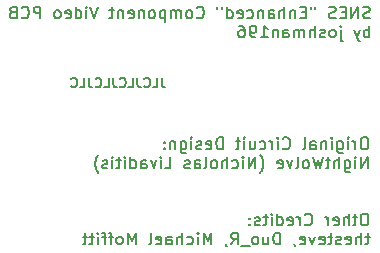
<source format=gbr>
%TF.GenerationSoftware,KiCad,Pcbnew,7.0.7*%
%TF.CreationDate,2023-08-19T23:12:14-07:00*%
%TF.ProjectId,snesypbpr-enhanced,736e6573-7970-4627-9072-2d656e68616e,rev?*%
%TF.SameCoordinates,Original*%
%TF.FileFunction,Legend,Bot*%
%TF.FilePolarity,Positive*%
%FSLAX46Y46*%
G04 Gerber Fmt 4.6, Leading zero omitted, Abs format (unit mm)*
G04 Created by KiCad (PCBNEW 7.0.7) date 2023-08-19 23:12:14*
%MOMM*%
%LPD*%
G01*
G04 APERTURE LIST*
%ADD10C,0.150000*%
G04 APERTURE END LIST*
D10*
X118989268Y-67801295D02*
X118989268Y-68372723D01*
X118989268Y-68372723D02*
X119027363Y-68487009D01*
X119027363Y-68487009D02*
X119103554Y-68563200D01*
X119103554Y-68563200D02*
X119217839Y-68601295D01*
X119217839Y-68601295D02*
X119294030Y-68601295D01*
X118227363Y-68601295D02*
X118608315Y-68601295D01*
X118608315Y-68601295D02*
X118608315Y-67801295D01*
X117503553Y-68525104D02*
X117541649Y-68563200D01*
X117541649Y-68563200D02*
X117655934Y-68601295D01*
X117655934Y-68601295D02*
X117732125Y-68601295D01*
X117732125Y-68601295D02*
X117846411Y-68563200D01*
X117846411Y-68563200D02*
X117922601Y-68487009D01*
X117922601Y-68487009D02*
X117960696Y-68410819D01*
X117960696Y-68410819D02*
X117998792Y-68258438D01*
X117998792Y-68258438D02*
X117998792Y-68144152D01*
X117998792Y-68144152D02*
X117960696Y-67991771D01*
X117960696Y-67991771D02*
X117922601Y-67915580D01*
X117922601Y-67915580D02*
X117846411Y-67839390D01*
X117846411Y-67839390D02*
X117732125Y-67801295D01*
X117732125Y-67801295D02*
X117655934Y-67801295D01*
X117655934Y-67801295D02*
X117541649Y-67839390D01*
X117541649Y-67839390D02*
X117503553Y-67877485D01*
X116932125Y-67801295D02*
X116932125Y-68372723D01*
X116932125Y-68372723D02*
X116970220Y-68487009D01*
X116970220Y-68487009D02*
X117046411Y-68563200D01*
X117046411Y-68563200D02*
X117160696Y-68601295D01*
X117160696Y-68601295D02*
X117236887Y-68601295D01*
X116170220Y-68601295D02*
X116551172Y-68601295D01*
X116551172Y-68601295D02*
X116551172Y-67801295D01*
X115446410Y-68525104D02*
X115484506Y-68563200D01*
X115484506Y-68563200D02*
X115598791Y-68601295D01*
X115598791Y-68601295D02*
X115674982Y-68601295D01*
X115674982Y-68601295D02*
X115789268Y-68563200D01*
X115789268Y-68563200D02*
X115865458Y-68487009D01*
X115865458Y-68487009D02*
X115903553Y-68410819D01*
X115903553Y-68410819D02*
X115941649Y-68258438D01*
X115941649Y-68258438D02*
X115941649Y-68144152D01*
X115941649Y-68144152D02*
X115903553Y-67991771D01*
X115903553Y-67991771D02*
X115865458Y-67915580D01*
X115865458Y-67915580D02*
X115789268Y-67839390D01*
X115789268Y-67839390D02*
X115674982Y-67801295D01*
X115674982Y-67801295D02*
X115598791Y-67801295D01*
X115598791Y-67801295D02*
X115484506Y-67839390D01*
X115484506Y-67839390D02*
X115446410Y-67877485D01*
X114874982Y-67801295D02*
X114874982Y-68372723D01*
X114874982Y-68372723D02*
X114913077Y-68487009D01*
X114913077Y-68487009D02*
X114989268Y-68563200D01*
X114989268Y-68563200D02*
X115103553Y-68601295D01*
X115103553Y-68601295D02*
X115179744Y-68601295D01*
X114113077Y-68601295D02*
X114494029Y-68601295D01*
X114494029Y-68601295D02*
X114494029Y-67801295D01*
X113389267Y-68525104D02*
X113427363Y-68563200D01*
X113427363Y-68563200D02*
X113541648Y-68601295D01*
X113541648Y-68601295D02*
X113617839Y-68601295D01*
X113617839Y-68601295D02*
X113732125Y-68563200D01*
X113732125Y-68563200D02*
X113808315Y-68487009D01*
X113808315Y-68487009D02*
X113846410Y-68410819D01*
X113846410Y-68410819D02*
X113884506Y-68258438D01*
X113884506Y-68258438D02*
X113884506Y-68144152D01*
X113884506Y-68144152D02*
X113846410Y-67991771D01*
X113846410Y-67991771D02*
X113808315Y-67915580D01*
X113808315Y-67915580D02*
X113732125Y-67839390D01*
X113732125Y-67839390D02*
X113617839Y-67801295D01*
X113617839Y-67801295D02*
X113541648Y-67801295D01*
X113541648Y-67801295D02*
X113427363Y-67839390D01*
X113427363Y-67839390D02*
X113389267Y-67877485D01*
X112817839Y-67801295D02*
X112817839Y-68372723D01*
X112817839Y-68372723D02*
X112855934Y-68487009D01*
X112855934Y-68487009D02*
X112932125Y-68563200D01*
X112932125Y-68563200D02*
X113046410Y-68601295D01*
X113046410Y-68601295D02*
X113122601Y-68601295D01*
X112055934Y-68601295D02*
X112436886Y-68601295D01*
X112436886Y-68601295D02*
X112436886Y-67801295D01*
X111332124Y-68525104D02*
X111370220Y-68563200D01*
X111370220Y-68563200D02*
X111484505Y-68601295D01*
X111484505Y-68601295D02*
X111560696Y-68601295D01*
X111560696Y-68601295D02*
X111674982Y-68563200D01*
X111674982Y-68563200D02*
X111751172Y-68487009D01*
X111751172Y-68487009D02*
X111789267Y-68410819D01*
X111789267Y-68410819D02*
X111827363Y-68258438D01*
X111827363Y-68258438D02*
X111827363Y-68144152D01*
X111827363Y-68144152D02*
X111789267Y-67991771D01*
X111789267Y-67991771D02*
X111751172Y-67915580D01*
X111751172Y-67915580D02*
X111674982Y-67839390D01*
X111674982Y-67839390D02*
X111560696Y-67801295D01*
X111560696Y-67801295D02*
X111484505Y-67801295D01*
X111484505Y-67801295D02*
X111370220Y-67839390D01*
X111370220Y-67839390D02*
X111332124Y-67877485D01*
X136251744Y-72861819D02*
X136061268Y-72861819D01*
X136061268Y-72861819D02*
X135966030Y-72909438D01*
X135966030Y-72909438D02*
X135870792Y-73004676D01*
X135870792Y-73004676D02*
X135823173Y-73195152D01*
X135823173Y-73195152D02*
X135823173Y-73528485D01*
X135823173Y-73528485D02*
X135870792Y-73718961D01*
X135870792Y-73718961D02*
X135966030Y-73814200D01*
X135966030Y-73814200D02*
X136061268Y-73861819D01*
X136061268Y-73861819D02*
X136251744Y-73861819D01*
X136251744Y-73861819D02*
X136346982Y-73814200D01*
X136346982Y-73814200D02*
X136442220Y-73718961D01*
X136442220Y-73718961D02*
X136489839Y-73528485D01*
X136489839Y-73528485D02*
X136489839Y-73195152D01*
X136489839Y-73195152D02*
X136442220Y-73004676D01*
X136442220Y-73004676D02*
X136346982Y-72909438D01*
X136346982Y-72909438D02*
X136251744Y-72861819D01*
X135394601Y-73861819D02*
X135394601Y-73195152D01*
X135394601Y-73385628D02*
X135346982Y-73290390D01*
X135346982Y-73290390D02*
X135299363Y-73242771D01*
X135299363Y-73242771D02*
X135204125Y-73195152D01*
X135204125Y-73195152D02*
X135108887Y-73195152D01*
X134775553Y-73861819D02*
X134775553Y-73195152D01*
X134775553Y-72861819D02*
X134823172Y-72909438D01*
X134823172Y-72909438D02*
X134775553Y-72957057D01*
X134775553Y-72957057D02*
X134727934Y-72909438D01*
X134727934Y-72909438D02*
X134775553Y-72861819D01*
X134775553Y-72861819D02*
X134775553Y-72957057D01*
X133870792Y-73195152D02*
X133870792Y-74004676D01*
X133870792Y-74004676D02*
X133918411Y-74099914D01*
X133918411Y-74099914D02*
X133966030Y-74147533D01*
X133966030Y-74147533D02*
X134061268Y-74195152D01*
X134061268Y-74195152D02*
X134204125Y-74195152D01*
X134204125Y-74195152D02*
X134299363Y-74147533D01*
X133870792Y-73814200D02*
X133966030Y-73861819D01*
X133966030Y-73861819D02*
X134156506Y-73861819D01*
X134156506Y-73861819D02*
X134251744Y-73814200D01*
X134251744Y-73814200D02*
X134299363Y-73766580D01*
X134299363Y-73766580D02*
X134346982Y-73671342D01*
X134346982Y-73671342D02*
X134346982Y-73385628D01*
X134346982Y-73385628D02*
X134299363Y-73290390D01*
X134299363Y-73290390D02*
X134251744Y-73242771D01*
X134251744Y-73242771D02*
X134156506Y-73195152D01*
X134156506Y-73195152D02*
X133966030Y-73195152D01*
X133966030Y-73195152D02*
X133870792Y-73242771D01*
X133394601Y-73861819D02*
X133394601Y-73195152D01*
X133394601Y-72861819D02*
X133442220Y-72909438D01*
X133442220Y-72909438D02*
X133394601Y-72957057D01*
X133394601Y-72957057D02*
X133346982Y-72909438D01*
X133346982Y-72909438D02*
X133394601Y-72861819D01*
X133394601Y-72861819D02*
X133394601Y-72957057D01*
X132918411Y-73195152D02*
X132918411Y-73861819D01*
X132918411Y-73290390D02*
X132870792Y-73242771D01*
X132870792Y-73242771D02*
X132775554Y-73195152D01*
X132775554Y-73195152D02*
X132632697Y-73195152D01*
X132632697Y-73195152D02*
X132537459Y-73242771D01*
X132537459Y-73242771D02*
X132489840Y-73338009D01*
X132489840Y-73338009D02*
X132489840Y-73861819D01*
X131585078Y-73861819D02*
X131585078Y-73338009D01*
X131585078Y-73338009D02*
X131632697Y-73242771D01*
X131632697Y-73242771D02*
X131727935Y-73195152D01*
X131727935Y-73195152D02*
X131918411Y-73195152D01*
X131918411Y-73195152D02*
X132013649Y-73242771D01*
X131585078Y-73814200D02*
X131680316Y-73861819D01*
X131680316Y-73861819D02*
X131918411Y-73861819D01*
X131918411Y-73861819D02*
X132013649Y-73814200D01*
X132013649Y-73814200D02*
X132061268Y-73718961D01*
X132061268Y-73718961D02*
X132061268Y-73623723D01*
X132061268Y-73623723D02*
X132013649Y-73528485D01*
X132013649Y-73528485D02*
X131918411Y-73480866D01*
X131918411Y-73480866D02*
X131680316Y-73480866D01*
X131680316Y-73480866D02*
X131585078Y-73433247D01*
X130966030Y-73861819D02*
X131061268Y-73814200D01*
X131061268Y-73814200D02*
X131108887Y-73718961D01*
X131108887Y-73718961D02*
X131108887Y-72861819D01*
X129251744Y-73766580D02*
X129299363Y-73814200D01*
X129299363Y-73814200D02*
X129442220Y-73861819D01*
X129442220Y-73861819D02*
X129537458Y-73861819D01*
X129537458Y-73861819D02*
X129680315Y-73814200D01*
X129680315Y-73814200D02*
X129775553Y-73718961D01*
X129775553Y-73718961D02*
X129823172Y-73623723D01*
X129823172Y-73623723D02*
X129870791Y-73433247D01*
X129870791Y-73433247D02*
X129870791Y-73290390D01*
X129870791Y-73290390D02*
X129823172Y-73099914D01*
X129823172Y-73099914D02*
X129775553Y-73004676D01*
X129775553Y-73004676D02*
X129680315Y-72909438D01*
X129680315Y-72909438D02*
X129537458Y-72861819D01*
X129537458Y-72861819D02*
X129442220Y-72861819D01*
X129442220Y-72861819D02*
X129299363Y-72909438D01*
X129299363Y-72909438D02*
X129251744Y-72957057D01*
X128823172Y-73861819D02*
X128823172Y-73195152D01*
X128823172Y-72861819D02*
X128870791Y-72909438D01*
X128870791Y-72909438D02*
X128823172Y-72957057D01*
X128823172Y-72957057D02*
X128775553Y-72909438D01*
X128775553Y-72909438D02*
X128823172Y-72861819D01*
X128823172Y-72861819D02*
X128823172Y-72957057D01*
X128346982Y-73861819D02*
X128346982Y-73195152D01*
X128346982Y-73385628D02*
X128299363Y-73290390D01*
X128299363Y-73290390D02*
X128251744Y-73242771D01*
X128251744Y-73242771D02*
X128156506Y-73195152D01*
X128156506Y-73195152D02*
X128061268Y-73195152D01*
X127299363Y-73814200D02*
X127394601Y-73861819D01*
X127394601Y-73861819D02*
X127585077Y-73861819D01*
X127585077Y-73861819D02*
X127680315Y-73814200D01*
X127680315Y-73814200D02*
X127727934Y-73766580D01*
X127727934Y-73766580D02*
X127775553Y-73671342D01*
X127775553Y-73671342D02*
X127775553Y-73385628D01*
X127775553Y-73385628D02*
X127727934Y-73290390D01*
X127727934Y-73290390D02*
X127680315Y-73242771D01*
X127680315Y-73242771D02*
X127585077Y-73195152D01*
X127585077Y-73195152D02*
X127394601Y-73195152D01*
X127394601Y-73195152D02*
X127299363Y-73242771D01*
X126442220Y-73195152D02*
X126442220Y-73861819D01*
X126870791Y-73195152D02*
X126870791Y-73718961D01*
X126870791Y-73718961D02*
X126823172Y-73814200D01*
X126823172Y-73814200D02*
X126727934Y-73861819D01*
X126727934Y-73861819D02*
X126585077Y-73861819D01*
X126585077Y-73861819D02*
X126489839Y-73814200D01*
X126489839Y-73814200D02*
X126442220Y-73766580D01*
X125966029Y-73861819D02*
X125966029Y-73195152D01*
X125966029Y-72861819D02*
X126013648Y-72909438D01*
X126013648Y-72909438D02*
X125966029Y-72957057D01*
X125966029Y-72957057D02*
X125918410Y-72909438D01*
X125918410Y-72909438D02*
X125966029Y-72861819D01*
X125966029Y-72861819D02*
X125966029Y-72957057D01*
X125632696Y-73195152D02*
X125251744Y-73195152D01*
X125489839Y-72861819D02*
X125489839Y-73718961D01*
X125489839Y-73718961D02*
X125442220Y-73814200D01*
X125442220Y-73814200D02*
X125346982Y-73861819D01*
X125346982Y-73861819D02*
X125251744Y-73861819D01*
X124156505Y-73861819D02*
X124156505Y-72861819D01*
X124156505Y-72861819D02*
X123918410Y-72861819D01*
X123918410Y-72861819D02*
X123775553Y-72909438D01*
X123775553Y-72909438D02*
X123680315Y-73004676D01*
X123680315Y-73004676D02*
X123632696Y-73099914D01*
X123632696Y-73099914D02*
X123585077Y-73290390D01*
X123585077Y-73290390D02*
X123585077Y-73433247D01*
X123585077Y-73433247D02*
X123632696Y-73623723D01*
X123632696Y-73623723D02*
X123680315Y-73718961D01*
X123680315Y-73718961D02*
X123775553Y-73814200D01*
X123775553Y-73814200D02*
X123918410Y-73861819D01*
X123918410Y-73861819D02*
X124156505Y-73861819D01*
X122775553Y-73814200D02*
X122870791Y-73861819D01*
X122870791Y-73861819D02*
X123061267Y-73861819D01*
X123061267Y-73861819D02*
X123156505Y-73814200D01*
X123156505Y-73814200D02*
X123204124Y-73718961D01*
X123204124Y-73718961D02*
X123204124Y-73338009D01*
X123204124Y-73338009D02*
X123156505Y-73242771D01*
X123156505Y-73242771D02*
X123061267Y-73195152D01*
X123061267Y-73195152D02*
X122870791Y-73195152D01*
X122870791Y-73195152D02*
X122775553Y-73242771D01*
X122775553Y-73242771D02*
X122727934Y-73338009D01*
X122727934Y-73338009D02*
X122727934Y-73433247D01*
X122727934Y-73433247D02*
X123204124Y-73528485D01*
X122346981Y-73814200D02*
X122251743Y-73861819D01*
X122251743Y-73861819D02*
X122061267Y-73861819D01*
X122061267Y-73861819D02*
X121966029Y-73814200D01*
X121966029Y-73814200D02*
X121918410Y-73718961D01*
X121918410Y-73718961D02*
X121918410Y-73671342D01*
X121918410Y-73671342D02*
X121966029Y-73576104D01*
X121966029Y-73576104D02*
X122061267Y-73528485D01*
X122061267Y-73528485D02*
X122204124Y-73528485D01*
X122204124Y-73528485D02*
X122299362Y-73480866D01*
X122299362Y-73480866D02*
X122346981Y-73385628D01*
X122346981Y-73385628D02*
X122346981Y-73338009D01*
X122346981Y-73338009D02*
X122299362Y-73242771D01*
X122299362Y-73242771D02*
X122204124Y-73195152D01*
X122204124Y-73195152D02*
X122061267Y-73195152D01*
X122061267Y-73195152D02*
X121966029Y-73242771D01*
X121489838Y-73861819D02*
X121489838Y-73195152D01*
X121489838Y-72861819D02*
X121537457Y-72909438D01*
X121537457Y-72909438D02*
X121489838Y-72957057D01*
X121489838Y-72957057D02*
X121442219Y-72909438D01*
X121442219Y-72909438D02*
X121489838Y-72861819D01*
X121489838Y-72861819D02*
X121489838Y-72957057D01*
X120585077Y-73195152D02*
X120585077Y-74004676D01*
X120585077Y-74004676D02*
X120632696Y-74099914D01*
X120632696Y-74099914D02*
X120680315Y-74147533D01*
X120680315Y-74147533D02*
X120775553Y-74195152D01*
X120775553Y-74195152D02*
X120918410Y-74195152D01*
X120918410Y-74195152D02*
X121013648Y-74147533D01*
X120585077Y-73814200D02*
X120680315Y-73861819D01*
X120680315Y-73861819D02*
X120870791Y-73861819D01*
X120870791Y-73861819D02*
X120966029Y-73814200D01*
X120966029Y-73814200D02*
X121013648Y-73766580D01*
X121013648Y-73766580D02*
X121061267Y-73671342D01*
X121061267Y-73671342D02*
X121061267Y-73385628D01*
X121061267Y-73385628D02*
X121013648Y-73290390D01*
X121013648Y-73290390D02*
X120966029Y-73242771D01*
X120966029Y-73242771D02*
X120870791Y-73195152D01*
X120870791Y-73195152D02*
X120680315Y-73195152D01*
X120680315Y-73195152D02*
X120585077Y-73242771D01*
X120108886Y-73195152D02*
X120108886Y-73861819D01*
X120108886Y-73290390D02*
X120061267Y-73242771D01*
X120061267Y-73242771D02*
X119966029Y-73195152D01*
X119966029Y-73195152D02*
X119823172Y-73195152D01*
X119823172Y-73195152D02*
X119727934Y-73242771D01*
X119727934Y-73242771D02*
X119680315Y-73338009D01*
X119680315Y-73338009D02*
X119680315Y-73861819D01*
X119204124Y-73766580D02*
X119156505Y-73814200D01*
X119156505Y-73814200D02*
X119204124Y-73861819D01*
X119204124Y-73861819D02*
X119251743Y-73814200D01*
X119251743Y-73814200D02*
X119204124Y-73766580D01*
X119204124Y-73766580D02*
X119204124Y-73861819D01*
X119204124Y-73242771D02*
X119156505Y-73290390D01*
X119156505Y-73290390D02*
X119204124Y-73338009D01*
X119204124Y-73338009D02*
X119251743Y-73290390D01*
X119251743Y-73290390D02*
X119204124Y-73242771D01*
X119204124Y-73242771D02*
X119204124Y-73338009D01*
X136442220Y-75471819D02*
X136442220Y-74471819D01*
X136442220Y-74471819D02*
X135870792Y-75471819D01*
X135870792Y-75471819D02*
X135870792Y-74471819D01*
X135394601Y-75471819D02*
X135394601Y-74805152D01*
X135394601Y-74471819D02*
X135442220Y-74519438D01*
X135442220Y-74519438D02*
X135394601Y-74567057D01*
X135394601Y-74567057D02*
X135346982Y-74519438D01*
X135346982Y-74519438D02*
X135394601Y-74471819D01*
X135394601Y-74471819D02*
X135394601Y-74567057D01*
X134489840Y-74805152D02*
X134489840Y-75614676D01*
X134489840Y-75614676D02*
X134537459Y-75709914D01*
X134537459Y-75709914D02*
X134585078Y-75757533D01*
X134585078Y-75757533D02*
X134680316Y-75805152D01*
X134680316Y-75805152D02*
X134823173Y-75805152D01*
X134823173Y-75805152D02*
X134918411Y-75757533D01*
X134489840Y-75424200D02*
X134585078Y-75471819D01*
X134585078Y-75471819D02*
X134775554Y-75471819D01*
X134775554Y-75471819D02*
X134870792Y-75424200D01*
X134870792Y-75424200D02*
X134918411Y-75376580D01*
X134918411Y-75376580D02*
X134966030Y-75281342D01*
X134966030Y-75281342D02*
X134966030Y-74995628D01*
X134966030Y-74995628D02*
X134918411Y-74900390D01*
X134918411Y-74900390D02*
X134870792Y-74852771D01*
X134870792Y-74852771D02*
X134775554Y-74805152D01*
X134775554Y-74805152D02*
X134585078Y-74805152D01*
X134585078Y-74805152D02*
X134489840Y-74852771D01*
X134013649Y-75471819D02*
X134013649Y-74471819D01*
X133585078Y-75471819D02*
X133585078Y-74948009D01*
X133585078Y-74948009D02*
X133632697Y-74852771D01*
X133632697Y-74852771D02*
X133727935Y-74805152D01*
X133727935Y-74805152D02*
X133870792Y-74805152D01*
X133870792Y-74805152D02*
X133966030Y-74852771D01*
X133966030Y-74852771D02*
X134013649Y-74900390D01*
X133251744Y-74805152D02*
X132870792Y-74805152D01*
X133108887Y-74471819D02*
X133108887Y-75328961D01*
X133108887Y-75328961D02*
X133061268Y-75424200D01*
X133061268Y-75424200D02*
X132966030Y-75471819D01*
X132966030Y-75471819D02*
X132870792Y-75471819D01*
X132632696Y-74471819D02*
X132394601Y-75471819D01*
X132394601Y-75471819D02*
X132204125Y-74757533D01*
X132204125Y-74757533D02*
X132013649Y-75471819D01*
X132013649Y-75471819D02*
X131775554Y-74471819D01*
X131251744Y-75471819D02*
X131346982Y-75424200D01*
X131346982Y-75424200D02*
X131394601Y-75376580D01*
X131394601Y-75376580D02*
X131442220Y-75281342D01*
X131442220Y-75281342D02*
X131442220Y-74995628D01*
X131442220Y-74995628D02*
X131394601Y-74900390D01*
X131394601Y-74900390D02*
X131346982Y-74852771D01*
X131346982Y-74852771D02*
X131251744Y-74805152D01*
X131251744Y-74805152D02*
X131108887Y-74805152D01*
X131108887Y-74805152D02*
X131013649Y-74852771D01*
X131013649Y-74852771D02*
X130966030Y-74900390D01*
X130966030Y-74900390D02*
X130918411Y-74995628D01*
X130918411Y-74995628D02*
X130918411Y-75281342D01*
X130918411Y-75281342D02*
X130966030Y-75376580D01*
X130966030Y-75376580D02*
X131013649Y-75424200D01*
X131013649Y-75424200D02*
X131108887Y-75471819D01*
X131108887Y-75471819D02*
X131251744Y-75471819D01*
X130346982Y-75471819D02*
X130442220Y-75424200D01*
X130442220Y-75424200D02*
X130489839Y-75328961D01*
X130489839Y-75328961D02*
X130489839Y-74471819D01*
X130061267Y-74805152D02*
X129823172Y-75471819D01*
X129823172Y-75471819D02*
X129585077Y-74805152D01*
X128823172Y-75424200D02*
X128918410Y-75471819D01*
X128918410Y-75471819D02*
X129108886Y-75471819D01*
X129108886Y-75471819D02*
X129204124Y-75424200D01*
X129204124Y-75424200D02*
X129251743Y-75328961D01*
X129251743Y-75328961D02*
X129251743Y-74948009D01*
X129251743Y-74948009D02*
X129204124Y-74852771D01*
X129204124Y-74852771D02*
X129108886Y-74805152D01*
X129108886Y-74805152D02*
X128918410Y-74805152D01*
X128918410Y-74805152D02*
X128823172Y-74852771D01*
X128823172Y-74852771D02*
X128775553Y-74948009D01*
X128775553Y-74948009D02*
X128775553Y-75043247D01*
X128775553Y-75043247D02*
X129251743Y-75138485D01*
X127299362Y-75852771D02*
X127346981Y-75805152D01*
X127346981Y-75805152D02*
X127442219Y-75662295D01*
X127442219Y-75662295D02*
X127489838Y-75567057D01*
X127489838Y-75567057D02*
X127537457Y-75424200D01*
X127537457Y-75424200D02*
X127585076Y-75186104D01*
X127585076Y-75186104D02*
X127585076Y-74995628D01*
X127585076Y-74995628D02*
X127537457Y-74757533D01*
X127537457Y-74757533D02*
X127489838Y-74614676D01*
X127489838Y-74614676D02*
X127442219Y-74519438D01*
X127442219Y-74519438D02*
X127346981Y-74376580D01*
X127346981Y-74376580D02*
X127299362Y-74328961D01*
X126918409Y-75471819D02*
X126918409Y-74471819D01*
X126918409Y-74471819D02*
X126346981Y-75471819D01*
X126346981Y-75471819D02*
X126346981Y-74471819D01*
X125870790Y-75471819D02*
X125870790Y-74805152D01*
X125870790Y-74471819D02*
X125918409Y-74519438D01*
X125918409Y-74519438D02*
X125870790Y-74567057D01*
X125870790Y-74567057D02*
X125823171Y-74519438D01*
X125823171Y-74519438D02*
X125870790Y-74471819D01*
X125870790Y-74471819D02*
X125870790Y-74567057D01*
X124966029Y-75424200D02*
X125061267Y-75471819D01*
X125061267Y-75471819D02*
X125251743Y-75471819D01*
X125251743Y-75471819D02*
X125346981Y-75424200D01*
X125346981Y-75424200D02*
X125394600Y-75376580D01*
X125394600Y-75376580D02*
X125442219Y-75281342D01*
X125442219Y-75281342D02*
X125442219Y-74995628D01*
X125442219Y-74995628D02*
X125394600Y-74900390D01*
X125394600Y-74900390D02*
X125346981Y-74852771D01*
X125346981Y-74852771D02*
X125251743Y-74805152D01*
X125251743Y-74805152D02*
X125061267Y-74805152D01*
X125061267Y-74805152D02*
X124966029Y-74852771D01*
X124537457Y-75471819D02*
X124537457Y-74471819D01*
X124108886Y-75471819D02*
X124108886Y-74948009D01*
X124108886Y-74948009D02*
X124156505Y-74852771D01*
X124156505Y-74852771D02*
X124251743Y-74805152D01*
X124251743Y-74805152D02*
X124394600Y-74805152D01*
X124394600Y-74805152D02*
X124489838Y-74852771D01*
X124489838Y-74852771D02*
X124537457Y-74900390D01*
X123489838Y-75471819D02*
X123585076Y-75424200D01*
X123585076Y-75424200D02*
X123632695Y-75376580D01*
X123632695Y-75376580D02*
X123680314Y-75281342D01*
X123680314Y-75281342D02*
X123680314Y-74995628D01*
X123680314Y-74995628D02*
X123632695Y-74900390D01*
X123632695Y-74900390D02*
X123585076Y-74852771D01*
X123585076Y-74852771D02*
X123489838Y-74805152D01*
X123489838Y-74805152D02*
X123346981Y-74805152D01*
X123346981Y-74805152D02*
X123251743Y-74852771D01*
X123251743Y-74852771D02*
X123204124Y-74900390D01*
X123204124Y-74900390D02*
X123156505Y-74995628D01*
X123156505Y-74995628D02*
X123156505Y-75281342D01*
X123156505Y-75281342D02*
X123204124Y-75376580D01*
X123204124Y-75376580D02*
X123251743Y-75424200D01*
X123251743Y-75424200D02*
X123346981Y-75471819D01*
X123346981Y-75471819D02*
X123489838Y-75471819D01*
X122585076Y-75471819D02*
X122680314Y-75424200D01*
X122680314Y-75424200D02*
X122727933Y-75328961D01*
X122727933Y-75328961D02*
X122727933Y-74471819D01*
X121775552Y-75471819D02*
X121775552Y-74948009D01*
X121775552Y-74948009D02*
X121823171Y-74852771D01*
X121823171Y-74852771D02*
X121918409Y-74805152D01*
X121918409Y-74805152D02*
X122108885Y-74805152D01*
X122108885Y-74805152D02*
X122204123Y-74852771D01*
X121775552Y-75424200D02*
X121870790Y-75471819D01*
X121870790Y-75471819D02*
X122108885Y-75471819D01*
X122108885Y-75471819D02*
X122204123Y-75424200D01*
X122204123Y-75424200D02*
X122251742Y-75328961D01*
X122251742Y-75328961D02*
X122251742Y-75233723D01*
X122251742Y-75233723D02*
X122204123Y-75138485D01*
X122204123Y-75138485D02*
X122108885Y-75090866D01*
X122108885Y-75090866D02*
X121870790Y-75090866D01*
X121870790Y-75090866D02*
X121775552Y-75043247D01*
X121346980Y-75424200D02*
X121251742Y-75471819D01*
X121251742Y-75471819D02*
X121061266Y-75471819D01*
X121061266Y-75471819D02*
X120966028Y-75424200D01*
X120966028Y-75424200D02*
X120918409Y-75328961D01*
X120918409Y-75328961D02*
X120918409Y-75281342D01*
X120918409Y-75281342D02*
X120966028Y-75186104D01*
X120966028Y-75186104D02*
X121061266Y-75138485D01*
X121061266Y-75138485D02*
X121204123Y-75138485D01*
X121204123Y-75138485D02*
X121299361Y-75090866D01*
X121299361Y-75090866D02*
X121346980Y-74995628D01*
X121346980Y-74995628D02*
X121346980Y-74948009D01*
X121346980Y-74948009D02*
X121299361Y-74852771D01*
X121299361Y-74852771D02*
X121204123Y-74805152D01*
X121204123Y-74805152D02*
X121061266Y-74805152D01*
X121061266Y-74805152D02*
X120966028Y-74852771D01*
X119251742Y-75471819D02*
X119727932Y-75471819D01*
X119727932Y-75471819D02*
X119727932Y-74471819D01*
X118918408Y-75471819D02*
X118918408Y-74805152D01*
X118918408Y-74471819D02*
X118966027Y-74519438D01*
X118966027Y-74519438D02*
X118918408Y-74567057D01*
X118918408Y-74567057D02*
X118870789Y-74519438D01*
X118870789Y-74519438D02*
X118918408Y-74471819D01*
X118918408Y-74471819D02*
X118918408Y-74567057D01*
X118537456Y-74805152D02*
X118299361Y-75471819D01*
X118299361Y-75471819D02*
X118061266Y-74805152D01*
X117251742Y-75471819D02*
X117251742Y-74948009D01*
X117251742Y-74948009D02*
X117299361Y-74852771D01*
X117299361Y-74852771D02*
X117394599Y-74805152D01*
X117394599Y-74805152D02*
X117585075Y-74805152D01*
X117585075Y-74805152D02*
X117680313Y-74852771D01*
X117251742Y-75424200D02*
X117346980Y-75471819D01*
X117346980Y-75471819D02*
X117585075Y-75471819D01*
X117585075Y-75471819D02*
X117680313Y-75424200D01*
X117680313Y-75424200D02*
X117727932Y-75328961D01*
X117727932Y-75328961D02*
X117727932Y-75233723D01*
X117727932Y-75233723D02*
X117680313Y-75138485D01*
X117680313Y-75138485D02*
X117585075Y-75090866D01*
X117585075Y-75090866D02*
X117346980Y-75090866D01*
X117346980Y-75090866D02*
X117251742Y-75043247D01*
X116346980Y-75471819D02*
X116346980Y-74471819D01*
X116346980Y-75424200D02*
X116442218Y-75471819D01*
X116442218Y-75471819D02*
X116632694Y-75471819D01*
X116632694Y-75471819D02*
X116727932Y-75424200D01*
X116727932Y-75424200D02*
X116775551Y-75376580D01*
X116775551Y-75376580D02*
X116823170Y-75281342D01*
X116823170Y-75281342D02*
X116823170Y-74995628D01*
X116823170Y-74995628D02*
X116775551Y-74900390D01*
X116775551Y-74900390D02*
X116727932Y-74852771D01*
X116727932Y-74852771D02*
X116632694Y-74805152D01*
X116632694Y-74805152D02*
X116442218Y-74805152D01*
X116442218Y-74805152D02*
X116346980Y-74852771D01*
X115870789Y-75471819D02*
X115870789Y-74805152D01*
X115870789Y-74471819D02*
X115918408Y-74519438D01*
X115918408Y-74519438D02*
X115870789Y-74567057D01*
X115870789Y-74567057D02*
X115823170Y-74519438D01*
X115823170Y-74519438D02*
X115870789Y-74471819D01*
X115870789Y-74471819D02*
X115870789Y-74567057D01*
X115537456Y-74805152D02*
X115156504Y-74805152D01*
X115394599Y-74471819D02*
X115394599Y-75328961D01*
X115394599Y-75328961D02*
X115346980Y-75424200D01*
X115346980Y-75424200D02*
X115251742Y-75471819D01*
X115251742Y-75471819D02*
X115156504Y-75471819D01*
X114823170Y-75471819D02*
X114823170Y-74805152D01*
X114823170Y-74471819D02*
X114870789Y-74519438D01*
X114870789Y-74519438D02*
X114823170Y-74567057D01*
X114823170Y-74567057D02*
X114775551Y-74519438D01*
X114775551Y-74519438D02*
X114823170Y-74471819D01*
X114823170Y-74471819D02*
X114823170Y-74567057D01*
X114394599Y-75424200D02*
X114299361Y-75471819D01*
X114299361Y-75471819D02*
X114108885Y-75471819D01*
X114108885Y-75471819D02*
X114013647Y-75424200D01*
X114013647Y-75424200D02*
X113966028Y-75328961D01*
X113966028Y-75328961D02*
X113966028Y-75281342D01*
X113966028Y-75281342D02*
X114013647Y-75186104D01*
X114013647Y-75186104D02*
X114108885Y-75138485D01*
X114108885Y-75138485D02*
X114251742Y-75138485D01*
X114251742Y-75138485D02*
X114346980Y-75090866D01*
X114346980Y-75090866D02*
X114394599Y-74995628D01*
X114394599Y-74995628D02*
X114394599Y-74948009D01*
X114394599Y-74948009D02*
X114346980Y-74852771D01*
X114346980Y-74852771D02*
X114251742Y-74805152D01*
X114251742Y-74805152D02*
X114108885Y-74805152D01*
X114108885Y-74805152D02*
X114013647Y-74852771D01*
X113632694Y-75852771D02*
X113585075Y-75805152D01*
X113585075Y-75805152D02*
X113489837Y-75662295D01*
X113489837Y-75662295D02*
X113442218Y-75567057D01*
X113442218Y-75567057D02*
X113394599Y-75424200D01*
X113394599Y-75424200D02*
X113346980Y-75186104D01*
X113346980Y-75186104D02*
X113346980Y-74995628D01*
X113346980Y-74995628D02*
X113394599Y-74757533D01*
X113394599Y-74757533D02*
X113442218Y-74614676D01*
X113442218Y-74614676D02*
X113489837Y-74519438D01*
X113489837Y-74519438D02*
X113585075Y-74376580D01*
X113585075Y-74376580D02*
X113632694Y-74328961D01*
X136251744Y-79301819D02*
X136061268Y-79301819D01*
X136061268Y-79301819D02*
X135966030Y-79349438D01*
X135966030Y-79349438D02*
X135870792Y-79444676D01*
X135870792Y-79444676D02*
X135823173Y-79635152D01*
X135823173Y-79635152D02*
X135823173Y-79968485D01*
X135823173Y-79968485D02*
X135870792Y-80158961D01*
X135870792Y-80158961D02*
X135966030Y-80254200D01*
X135966030Y-80254200D02*
X136061268Y-80301819D01*
X136061268Y-80301819D02*
X136251744Y-80301819D01*
X136251744Y-80301819D02*
X136346982Y-80254200D01*
X136346982Y-80254200D02*
X136442220Y-80158961D01*
X136442220Y-80158961D02*
X136489839Y-79968485D01*
X136489839Y-79968485D02*
X136489839Y-79635152D01*
X136489839Y-79635152D02*
X136442220Y-79444676D01*
X136442220Y-79444676D02*
X136346982Y-79349438D01*
X136346982Y-79349438D02*
X136251744Y-79301819D01*
X135537458Y-79635152D02*
X135156506Y-79635152D01*
X135394601Y-79301819D02*
X135394601Y-80158961D01*
X135394601Y-80158961D02*
X135346982Y-80254200D01*
X135346982Y-80254200D02*
X135251744Y-80301819D01*
X135251744Y-80301819D02*
X135156506Y-80301819D01*
X134823172Y-80301819D02*
X134823172Y-79301819D01*
X134394601Y-80301819D02*
X134394601Y-79778009D01*
X134394601Y-79778009D02*
X134442220Y-79682771D01*
X134442220Y-79682771D02*
X134537458Y-79635152D01*
X134537458Y-79635152D02*
X134680315Y-79635152D01*
X134680315Y-79635152D02*
X134775553Y-79682771D01*
X134775553Y-79682771D02*
X134823172Y-79730390D01*
X133537458Y-80254200D02*
X133632696Y-80301819D01*
X133632696Y-80301819D02*
X133823172Y-80301819D01*
X133823172Y-80301819D02*
X133918410Y-80254200D01*
X133918410Y-80254200D02*
X133966029Y-80158961D01*
X133966029Y-80158961D02*
X133966029Y-79778009D01*
X133966029Y-79778009D02*
X133918410Y-79682771D01*
X133918410Y-79682771D02*
X133823172Y-79635152D01*
X133823172Y-79635152D02*
X133632696Y-79635152D01*
X133632696Y-79635152D02*
X133537458Y-79682771D01*
X133537458Y-79682771D02*
X133489839Y-79778009D01*
X133489839Y-79778009D02*
X133489839Y-79873247D01*
X133489839Y-79873247D02*
X133966029Y-79968485D01*
X133061267Y-80301819D02*
X133061267Y-79635152D01*
X133061267Y-79825628D02*
X133013648Y-79730390D01*
X133013648Y-79730390D02*
X132966029Y-79682771D01*
X132966029Y-79682771D02*
X132870791Y-79635152D01*
X132870791Y-79635152D02*
X132775553Y-79635152D01*
X131108886Y-80206580D02*
X131156505Y-80254200D01*
X131156505Y-80254200D02*
X131299362Y-80301819D01*
X131299362Y-80301819D02*
X131394600Y-80301819D01*
X131394600Y-80301819D02*
X131537457Y-80254200D01*
X131537457Y-80254200D02*
X131632695Y-80158961D01*
X131632695Y-80158961D02*
X131680314Y-80063723D01*
X131680314Y-80063723D02*
X131727933Y-79873247D01*
X131727933Y-79873247D02*
X131727933Y-79730390D01*
X131727933Y-79730390D02*
X131680314Y-79539914D01*
X131680314Y-79539914D02*
X131632695Y-79444676D01*
X131632695Y-79444676D02*
X131537457Y-79349438D01*
X131537457Y-79349438D02*
X131394600Y-79301819D01*
X131394600Y-79301819D02*
X131299362Y-79301819D01*
X131299362Y-79301819D02*
X131156505Y-79349438D01*
X131156505Y-79349438D02*
X131108886Y-79397057D01*
X130680314Y-80301819D02*
X130680314Y-79635152D01*
X130680314Y-79825628D02*
X130632695Y-79730390D01*
X130632695Y-79730390D02*
X130585076Y-79682771D01*
X130585076Y-79682771D02*
X130489838Y-79635152D01*
X130489838Y-79635152D02*
X130394600Y-79635152D01*
X129680314Y-80254200D02*
X129775552Y-80301819D01*
X129775552Y-80301819D02*
X129966028Y-80301819D01*
X129966028Y-80301819D02*
X130061266Y-80254200D01*
X130061266Y-80254200D02*
X130108885Y-80158961D01*
X130108885Y-80158961D02*
X130108885Y-79778009D01*
X130108885Y-79778009D02*
X130061266Y-79682771D01*
X130061266Y-79682771D02*
X129966028Y-79635152D01*
X129966028Y-79635152D02*
X129775552Y-79635152D01*
X129775552Y-79635152D02*
X129680314Y-79682771D01*
X129680314Y-79682771D02*
X129632695Y-79778009D01*
X129632695Y-79778009D02*
X129632695Y-79873247D01*
X129632695Y-79873247D02*
X130108885Y-79968485D01*
X128775552Y-80301819D02*
X128775552Y-79301819D01*
X128775552Y-80254200D02*
X128870790Y-80301819D01*
X128870790Y-80301819D02*
X129061266Y-80301819D01*
X129061266Y-80301819D02*
X129156504Y-80254200D01*
X129156504Y-80254200D02*
X129204123Y-80206580D01*
X129204123Y-80206580D02*
X129251742Y-80111342D01*
X129251742Y-80111342D02*
X129251742Y-79825628D01*
X129251742Y-79825628D02*
X129204123Y-79730390D01*
X129204123Y-79730390D02*
X129156504Y-79682771D01*
X129156504Y-79682771D02*
X129061266Y-79635152D01*
X129061266Y-79635152D02*
X128870790Y-79635152D01*
X128870790Y-79635152D02*
X128775552Y-79682771D01*
X128299361Y-80301819D02*
X128299361Y-79635152D01*
X128299361Y-79301819D02*
X128346980Y-79349438D01*
X128346980Y-79349438D02*
X128299361Y-79397057D01*
X128299361Y-79397057D02*
X128251742Y-79349438D01*
X128251742Y-79349438D02*
X128299361Y-79301819D01*
X128299361Y-79301819D02*
X128299361Y-79397057D01*
X127966028Y-79635152D02*
X127585076Y-79635152D01*
X127823171Y-79301819D02*
X127823171Y-80158961D01*
X127823171Y-80158961D02*
X127775552Y-80254200D01*
X127775552Y-80254200D02*
X127680314Y-80301819D01*
X127680314Y-80301819D02*
X127585076Y-80301819D01*
X127299361Y-80254200D02*
X127204123Y-80301819D01*
X127204123Y-80301819D02*
X127013647Y-80301819D01*
X127013647Y-80301819D02*
X126918409Y-80254200D01*
X126918409Y-80254200D02*
X126870790Y-80158961D01*
X126870790Y-80158961D02*
X126870790Y-80111342D01*
X126870790Y-80111342D02*
X126918409Y-80016104D01*
X126918409Y-80016104D02*
X127013647Y-79968485D01*
X127013647Y-79968485D02*
X127156504Y-79968485D01*
X127156504Y-79968485D02*
X127251742Y-79920866D01*
X127251742Y-79920866D02*
X127299361Y-79825628D01*
X127299361Y-79825628D02*
X127299361Y-79778009D01*
X127299361Y-79778009D02*
X127251742Y-79682771D01*
X127251742Y-79682771D02*
X127156504Y-79635152D01*
X127156504Y-79635152D02*
X127013647Y-79635152D01*
X127013647Y-79635152D02*
X126918409Y-79682771D01*
X126442218Y-80206580D02*
X126394599Y-80254200D01*
X126394599Y-80254200D02*
X126442218Y-80301819D01*
X126442218Y-80301819D02*
X126489837Y-80254200D01*
X126489837Y-80254200D02*
X126442218Y-80206580D01*
X126442218Y-80206580D02*
X126442218Y-80301819D01*
X126442218Y-79682771D02*
X126394599Y-79730390D01*
X126394599Y-79730390D02*
X126442218Y-79778009D01*
X126442218Y-79778009D02*
X126489837Y-79730390D01*
X126489837Y-79730390D02*
X126442218Y-79682771D01*
X126442218Y-79682771D02*
X126442218Y-79778009D01*
X136585077Y-81245152D02*
X136204125Y-81245152D01*
X136442220Y-80911819D02*
X136442220Y-81768961D01*
X136442220Y-81768961D02*
X136394601Y-81864200D01*
X136394601Y-81864200D02*
X136299363Y-81911819D01*
X136299363Y-81911819D02*
X136204125Y-81911819D01*
X135870791Y-81911819D02*
X135870791Y-80911819D01*
X135442220Y-81911819D02*
X135442220Y-81388009D01*
X135442220Y-81388009D02*
X135489839Y-81292771D01*
X135489839Y-81292771D02*
X135585077Y-81245152D01*
X135585077Y-81245152D02*
X135727934Y-81245152D01*
X135727934Y-81245152D02*
X135823172Y-81292771D01*
X135823172Y-81292771D02*
X135870791Y-81340390D01*
X134585077Y-81864200D02*
X134680315Y-81911819D01*
X134680315Y-81911819D02*
X134870791Y-81911819D01*
X134870791Y-81911819D02*
X134966029Y-81864200D01*
X134966029Y-81864200D02*
X135013648Y-81768961D01*
X135013648Y-81768961D02*
X135013648Y-81388009D01*
X135013648Y-81388009D02*
X134966029Y-81292771D01*
X134966029Y-81292771D02*
X134870791Y-81245152D01*
X134870791Y-81245152D02*
X134680315Y-81245152D01*
X134680315Y-81245152D02*
X134585077Y-81292771D01*
X134585077Y-81292771D02*
X134537458Y-81388009D01*
X134537458Y-81388009D02*
X134537458Y-81483247D01*
X134537458Y-81483247D02*
X135013648Y-81578485D01*
X134156505Y-81864200D02*
X134061267Y-81911819D01*
X134061267Y-81911819D02*
X133870791Y-81911819D01*
X133870791Y-81911819D02*
X133775553Y-81864200D01*
X133775553Y-81864200D02*
X133727934Y-81768961D01*
X133727934Y-81768961D02*
X133727934Y-81721342D01*
X133727934Y-81721342D02*
X133775553Y-81626104D01*
X133775553Y-81626104D02*
X133870791Y-81578485D01*
X133870791Y-81578485D02*
X134013648Y-81578485D01*
X134013648Y-81578485D02*
X134108886Y-81530866D01*
X134108886Y-81530866D02*
X134156505Y-81435628D01*
X134156505Y-81435628D02*
X134156505Y-81388009D01*
X134156505Y-81388009D02*
X134108886Y-81292771D01*
X134108886Y-81292771D02*
X134013648Y-81245152D01*
X134013648Y-81245152D02*
X133870791Y-81245152D01*
X133870791Y-81245152D02*
X133775553Y-81292771D01*
X133442219Y-81245152D02*
X133061267Y-81245152D01*
X133299362Y-80911819D02*
X133299362Y-81768961D01*
X133299362Y-81768961D02*
X133251743Y-81864200D01*
X133251743Y-81864200D02*
X133156505Y-81911819D01*
X133156505Y-81911819D02*
X133061267Y-81911819D01*
X132346981Y-81864200D02*
X132442219Y-81911819D01*
X132442219Y-81911819D02*
X132632695Y-81911819D01*
X132632695Y-81911819D02*
X132727933Y-81864200D01*
X132727933Y-81864200D02*
X132775552Y-81768961D01*
X132775552Y-81768961D02*
X132775552Y-81388009D01*
X132775552Y-81388009D02*
X132727933Y-81292771D01*
X132727933Y-81292771D02*
X132632695Y-81245152D01*
X132632695Y-81245152D02*
X132442219Y-81245152D01*
X132442219Y-81245152D02*
X132346981Y-81292771D01*
X132346981Y-81292771D02*
X132299362Y-81388009D01*
X132299362Y-81388009D02*
X132299362Y-81483247D01*
X132299362Y-81483247D02*
X132775552Y-81578485D01*
X131966028Y-81245152D02*
X131727933Y-81911819D01*
X131727933Y-81911819D02*
X131489838Y-81245152D01*
X130727933Y-81864200D02*
X130823171Y-81911819D01*
X130823171Y-81911819D02*
X131013647Y-81911819D01*
X131013647Y-81911819D02*
X131108885Y-81864200D01*
X131108885Y-81864200D02*
X131156504Y-81768961D01*
X131156504Y-81768961D02*
X131156504Y-81388009D01*
X131156504Y-81388009D02*
X131108885Y-81292771D01*
X131108885Y-81292771D02*
X131013647Y-81245152D01*
X131013647Y-81245152D02*
X130823171Y-81245152D01*
X130823171Y-81245152D02*
X130727933Y-81292771D01*
X130727933Y-81292771D02*
X130680314Y-81388009D01*
X130680314Y-81388009D02*
X130680314Y-81483247D01*
X130680314Y-81483247D02*
X131156504Y-81578485D01*
X130204123Y-81864200D02*
X130204123Y-81911819D01*
X130204123Y-81911819D02*
X130251742Y-82007057D01*
X130251742Y-82007057D02*
X130299361Y-82054676D01*
X129013647Y-81911819D02*
X129013647Y-80911819D01*
X129013647Y-80911819D02*
X128775552Y-80911819D01*
X128775552Y-80911819D02*
X128632695Y-80959438D01*
X128632695Y-80959438D02*
X128537457Y-81054676D01*
X128537457Y-81054676D02*
X128489838Y-81149914D01*
X128489838Y-81149914D02*
X128442219Y-81340390D01*
X128442219Y-81340390D02*
X128442219Y-81483247D01*
X128442219Y-81483247D02*
X128489838Y-81673723D01*
X128489838Y-81673723D02*
X128537457Y-81768961D01*
X128537457Y-81768961D02*
X128632695Y-81864200D01*
X128632695Y-81864200D02*
X128775552Y-81911819D01*
X128775552Y-81911819D02*
X129013647Y-81911819D01*
X127585076Y-81245152D02*
X127585076Y-81911819D01*
X128013647Y-81245152D02*
X128013647Y-81768961D01*
X128013647Y-81768961D02*
X127966028Y-81864200D01*
X127966028Y-81864200D02*
X127870790Y-81911819D01*
X127870790Y-81911819D02*
X127727933Y-81911819D01*
X127727933Y-81911819D02*
X127632695Y-81864200D01*
X127632695Y-81864200D02*
X127585076Y-81816580D01*
X126966028Y-81911819D02*
X127061266Y-81864200D01*
X127061266Y-81864200D02*
X127108885Y-81816580D01*
X127108885Y-81816580D02*
X127156504Y-81721342D01*
X127156504Y-81721342D02*
X127156504Y-81435628D01*
X127156504Y-81435628D02*
X127108885Y-81340390D01*
X127108885Y-81340390D02*
X127061266Y-81292771D01*
X127061266Y-81292771D02*
X126966028Y-81245152D01*
X126966028Y-81245152D02*
X126823171Y-81245152D01*
X126823171Y-81245152D02*
X126727933Y-81292771D01*
X126727933Y-81292771D02*
X126680314Y-81340390D01*
X126680314Y-81340390D02*
X126632695Y-81435628D01*
X126632695Y-81435628D02*
X126632695Y-81721342D01*
X126632695Y-81721342D02*
X126680314Y-81816580D01*
X126680314Y-81816580D02*
X126727933Y-81864200D01*
X126727933Y-81864200D02*
X126823171Y-81911819D01*
X126823171Y-81911819D02*
X126966028Y-81911819D01*
X126442219Y-82007057D02*
X125680314Y-82007057D01*
X124870790Y-81911819D02*
X125204123Y-81435628D01*
X125442218Y-81911819D02*
X125442218Y-80911819D01*
X125442218Y-80911819D02*
X125061266Y-80911819D01*
X125061266Y-80911819D02*
X124966028Y-80959438D01*
X124966028Y-80959438D02*
X124918409Y-81007057D01*
X124918409Y-81007057D02*
X124870790Y-81102295D01*
X124870790Y-81102295D02*
X124870790Y-81245152D01*
X124870790Y-81245152D02*
X124918409Y-81340390D01*
X124918409Y-81340390D02*
X124966028Y-81388009D01*
X124966028Y-81388009D02*
X125061266Y-81435628D01*
X125061266Y-81435628D02*
X125442218Y-81435628D01*
X124394599Y-81864200D02*
X124394599Y-81911819D01*
X124394599Y-81911819D02*
X124442218Y-82007057D01*
X124442218Y-82007057D02*
X124489837Y-82054676D01*
X123204123Y-81911819D02*
X123204123Y-80911819D01*
X123204123Y-80911819D02*
X122870790Y-81626104D01*
X122870790Y-81626104D02*
X122537457Y-80911819D01*
X122537457Y-80911819D02*
X122537457Y-81911819D01*
X122061266Y-81911819D02*
X122061266Y-81245152D01*
X122061266Y-80911819D02*
X122108885Y-80959438D01*
X122108885Y-80959438D02*
X122061266Y-81007057D01*
X122061266Y-81007057D02*
X122013647Y-80959438D01*
X122013647Y-80959438D02*
X122061266Y-80911819D01*
X122061266Y-80911819D02*
X122061266Y-81007057D01*
X121156505Y-81864200D02*
X121251743Y-81911819D01*
X121251743Y-81911819D02*
X121442219Y-81911819D01*
X121442219Y-81911819D02*
X121537457Y-81864200D01*
X121537457Y-81864200D02*
X121585076Y-81816580D01*
X121585076Y-81816580D02*
X121632695Y-81721342D01*
X121632695Y-81721342D02*
X121632695Y-81435628D01*
X121632695Y-81435628D02*
X121585076Y-81340390D01*
X121585076Y-81340390D02*
X121537457Y-81292771D01*
X121537457Y-81292771D02*
X121442219Y-81245152D01*
X121442219Y-81245152D02*
X121251743Y-81245152D01*
X121251743Y-81245152D02*
X121156505Y-81292771D01*
X120727933Y-81911819D02*
X120727933Y-80911819D01*
X120299362Y-81911819D02*
X120299362Y-81388009D01*
X120299362Y-81388009D02*
X120346981Y-81292771D01*
X120346981Y-81292771D02*
X120442219Y-81245152D01*
X120442219Y-81245152D02*
X120585076Y-81245152D01*
X120585076Y-81245152D02*
X120680314Y-81292771D01*
X120680314Y-81292771D02*
X120727933Y-81340390D01*
X119394600Y-81911819D02*
X119394600Y-81388009D01*
X119394600Y-81388009D02*
X119442219Y-81292771D01*
X119442219Y-81292771D02*
X119537457Y-81245152D01*
X119537457Y-81245152D02*
X119727933Y-81245152D01*
X119727933Y-81245152D02*
X119823171Y-81292771D01*
X119394600Y-81864200D02*
X119489838Y-81911819D01*
X119489838Y-81911819D02*
X119727933Y-81911819D01*
X119727933Y-81911819D02*
X119823171Y-81864200D01*
X119823171Y-81864200D02*
X119870790Y-81768961D01*
X119870790Y-81768961D02*
X119870790Y-81673723D01*
X119870790Y-81673723D02*
X119823171Y-81578485D01*
X119823171Y-81578485D02*
X119727933Y-81530866D01*
X119727933Y-81530866D02*
X119489838Y-81530866D01*
X119489838Y-81530866D02*
X119394600Y-81483247D01*
X118537457Y-81864200D02*
X118632695Y-81911819D01*
X118632695Y-81911819D02*
X118823171Y-81911819D01*
X118823171Y-81911819D02*
X118918409Y-81864200D01*
X118918409Y-81864200D02*
X118966028Y-81768961D01*
X118966028Y-81768961D02*
X118966028Y-81388009D01*
X118966028Y-81388009D02*
X118918409Y-81292771D01*
X118918409Y-81292771D02*
X118823171Y-81245152D01*
X118823171Y-81245152D02*
X118632695Y-81245152D01*
X118632695Y-81245152D02*
X118537457Y-81292771D01*
X118537457Y-81292771D02*
X118489838Y-81388009D01*
X118489838Y-81388009D02*
X118489838Y-81483247D01*
X118489838Y-81483247D02*
X118966028Y-81578485D01*
X117918409Y-81911819D02*
X118013647Y-81864200D01*
X118013647Y-81864200D02*
X118061266Y-81768961D01*
X118061266Y-81768961D02*
X118061266Y-80911819D01*
X116775551Y-81911819D02*
X116775551Y-80911819D01*
X116775551Y-80911819D02*
X116442218Y-81626104D01*
X116442218Y-81626104D02*
X116108885Y-80911819D01*
X116108885Y-80911819D02*
X116108885Y-81911819D01*
X115489837Y-81911819D02*
X115585075Y-81864200D01*
X115585075Y-81864200D02*
X115632694Y-81816580D01*
X115632694Y-81816580D02*
X115680313Y-81721342D01*
X115680313Y-81721342D02*
X115680313Y-81435628D01*
X115680313Y-81435628D02*
X115632694Y-81340390D01*
X115632694Y-81340390D02*
X115585075Y-81292771D01*
X115585075Y-81292771D02*
X115489837Y-81245152D01*
X115489837Y-81245152D02*
X115346980Y-81245152D01*
X115346980Y-81245152D02*
X115251742Y-81292771D01*
X115251742Y-81292771D02*
X115204123Y-81340390D01*
X115204123Y-81340390D02*
X115156504Y-81435628D01*
X115156504Y-81435628D02*
X115156504Y-81721342D01*
X115156504Y-81721342D02*
X115204123Y-81816580D01*
X115204123Y-81816580D02*
X115251742Y-81864200D01*
X115251742Y-81864200D02*
X115346980Y-81911819D01*
X115346980Y-81911819D02*
X115489837Y-81911819D01*
X114870789Y-81245152D02*
X114489837Y-81245152D01*
X114727932Y-81911819D02*
X114727932Y-81054676D01*
X114727932Y-81054676D02*
X114680313Y-80959438D01*
X114680313Y-80959438D02*
X114585075Y-80911819D01*
X114585075Y-80911819D02*
X114489837Y-80911819D01*
X114299360Y-81245152D02*
X113918408Y-81245152D01*
X114156503Y-81911819D02*
X114156503Y-81054676D01*
X114156503Y-81054676D02*
X114108884Y-80959438D01*
X114108884Y-80959438D02*
X114013646Y-80911819D01*
X114013646Y-80911819D02*
X113918408Y-80911819D01*
X113585074Y-81911819D02*
X113585074Y-81245152D01*
X113585074Y-80911819D02*
X113632693Y-80959438D01*
X113632693Y-80959438D02*
X113585074Y-81007057D01*
X113585074Y-81007057D02*
X113537455Y-80959438D01*
X113537455Y-80959438D02*
X113585074Y-80911819D01*
X113585074Y-80911819D02*
X113585074Y-81007057D01*
X113251741Y-81245152D02*
X112870789Y-81245152D01*
X113108884Y-80911819D02*
X113108884Y-81768961D01*
X113108884Y-81768961D02*
X113061265Y-81864200D01*
X113061265Y-81864200D02*
X112966027Y-81911819D01*
X112966027Y-81911819D02*
X112870789Y-81911819D01*
X112680312Y-81245152D02*
X112299360Y-81245152D01*
X112537455Y-80911819D02*
X112537455Y-81768961D01*
X112537455Y-81768961D02*
X112489836Y-81864200D01*
X112489836Y-81864200D02*
X112394598Y-81911819D01*
X112394598Y-81911819D02*
X112299360Y-81911819D01*
X136616839Y-62728200D02*
X136473982Y-62775819D01*
X136473982Y-62775819D02*
X136235887Y-62775819D01*
X136235887Y-62775819D02*
X136140649Y-62728200D01*
X136140649Y-62728200D02*
X136093030Y-62680580D01*
X136093030Y-62680580D02*
X136045411Y-62585342D01*
X136045411Y-62585342D02*
X136045411Y-62490104D01*
X136045411Y-62490104D02*
X136093030Y-62394866D01*
X136093030Y-62394866D02*
X136140649Y-62347247D01*
X136140649Y-62347247D02*
X136235887Y-62299628D01*
X136235887Y-62299628D02*
X136426363Y-62252009D01*
X136426363Y-62252009D02*
X136521601Y-62204390D01*
X136521601Y-62204390D02*
X136569220Y-62156771D01*
X136569220Y-62156771D02*
X136616839Y-62061533D01*
X136616839Y-62061533D02*
X136616839Y-61966295D01*
X136616839Y-61966295D02*
X136569220Y-61871057D01*
X136569220Y-61871057D02*
X136521601Y-61823438D01*
X136521601Y-61823438D02*
X136426363Y-61775819D01*
X136426363Y-61775819D02*
X136188268Y-61775819D01*
X136188268Y-61775819D02*
X136045411Y-61823438D01*
X135616839Y-62775819D02*
X135616839Y-61775819D01*
X135616839Y-61775819D02*
X135045411Y-62775819D01*
X135045411Y-62775819D02*
X135045411Y-61775819D01*
X134569220Y-62252009D02*
X134235887Y-62252009D01*
X134093030Y-62775819D02*
X134569220Y-62775819D01*
X134569220Y-62775819D02*
X134569220Y-61775819D01*
X134569220Y-61775819D02*
X134093030Y-61775819D01*
X133712077Y-62728200D02*
X133569220Y-62775819D01*
X133569220Y-62775819D02*
X133331125Y-62775819D01*
X133331125Y-62775819D02*
X133235887Y-62728200D01*
X133235887Y-62728200D02*
X133188268Y-62680580D01*
X133188268Y-62680580D02*
X133140649Y-62585342D01*
X133140649Y-62585342D02*
X133140649Y-62490104D01*
X133140649Y-62490104D02*
X133188268Y-62394866D01*
X133188268Y-62394866D02*
X133235887Y-62347247D01*
X133235887Y-62347247D02*
X133331125Y-62299628D01*
X133331125Y-62299628D02*
X133521601Y-62252009D01*
X133521601Y-62252009D02*
X133616839Y-62204390D01*
X133616839Y-62204390D02*
X133664458Y-62156771D01*
X133664458Y-62156771D02*
X133712077Y-62061533D01*
X133712077Y-62061533D02*
X133712077Y-61966295D01*
X133712077Y-61966295D02*
X133664458Y-61871057D01*
X133664458Y-61871057D02*
X133616839Y-61823438D01*
X133616839Y-61823438D02*
X133521601Y-61775819D01*
X133521601Y-61775819D02*
X133283506Y-61775819D01*
X133283506Y-61775819D02*
X133140649Y-61823438D01*
X131997791Y-61775819D02*
X131997791Y-61966295D01*
X131616839Y-61775819D02*
X131616839Y-61966295D01*
X131188267Y-62252009D02*
X130854934Y-62252009D01*
X130712077Y-62775819D02*
X131188267Y-62775819D01*
X131188267Y-62775819D02*
X131188267Y-61775819D01*
X131188267Y-61775819D02*
X130712077Y-61775819D01*
X130283505Y-62109152D02*
X130283505Y-62775819D01*
X130283505Y-62204390D02*
X130235886Y-62156771D01*
X130235886Y-62156771D02*
X130140648Y-62109152D01*
X130140648Y-62109152D02*
X129997791Y-62109152D01*
X129997791Y-62109152D02*
X129902553Y-62156771D01*
X129902553Y-62156771D02*
X129854934Y-62252009D01*
X129854934Y-62252009D02*
X129854934Y-62775819D01*
X129378743Y-62775819D02*
X129378743Y-61775819D01*
X128950172Y-62775819D02*
X128950172Y-62252009D01*
X128950172Y-62252009D02*
X128997791Y-62156771D01*
X128997791Y-62156771D02*
X129093029Y-62109152D01*
X129093029Y-62109152D02*
X129235886Y-62109152D01*
X129235886Y-62109152D02*
X129331124Y-62156771D01*
X129331124Y-62156771D02*
X129378743Y-62204390D01*
X128045410Y-62775819D02*
X128045410Y-62252009D01*
X128045410Y-62252009D02*
X128093029Y-62156771D01*
X128093029Y-62156771D02*
X128188267Y-62109152D01*
X128188267Y-62109152D02*
X128378743Y-62109152D01*
X128378743Y-62109152D02*
X128473981Y-62156771D01*
X128045410Y-62728200D02*
X128140648Y-62775819D01*
X128140648Y-62775819D02*
X128378743Y-62775819D01*
X128378743Y-62775819D02*
X128473981Y-62728200D01*
X128473981Y-62728200D02*
X128521600Y-62632961D01*
X128521600Y-62632961D02*
X128521600Y-62537723D01*
X128521600Y-62537723D02*
X128473981Y-62442485D01*
X128473981Y-62442485D02*
X128378743Y-62394866D01*
X128378743Y-62394866D02*
X128140648Y-62394866D01*
X128140648Y-62394866D02*
X128045410Y-62347247D01*
X127569219Y-62109152D02*
X127569219Y-62775819D01*
X127569219Y-62204390D02*
X127521600Y-62156771D01*
X127521600Y-62156771D02*
X127426362Y-62109152D01*
X127426362Y-62109152D02*
X127283505Y-62109152D01*
X127283505Y-62109152D02*
X127188267Y-62156771D01*
X127188267Y-62156771D02*
X127140648Y-62252009D01*
X127140648Y-62252009D02*
X127140648Y-62775819D01*
X126235886Y-62728200D02*
X126331124Y-62775819D01*
X126331124Y-62775819D02*
X126521600Y-62775819D01*
X126521600Y-62775819D02*
X126616838Y-62728200D01*
X126616838Y-62728200D02*
X126664457Y-62680580D01*
X126664457Y-62680580D02*
X126712076Y-62585342D01*
X126712076Y-62585342D02*
X126712076Y-62299628D01*
X126712076Y-62299628D02*
X126664457Y-62204390D01*
X126664457Y-62204390D02*
X126616838Y-62156771D01*
X126616838Y-62156771D02*
X126521600Y-62109152D01*
X126521600Y-62109152D02*
X126331124Y-62109152D01*
X126331124Y-62109152D02*
X126235886Y-62156771D01*
X125426362Y-62728200D02*
X125521600Y-62775819D01*
X125521600Y-62775819D02*
X125712076Y-62775819D01*
X125712076Y-62775819D02*
X125807314Y-62728200D01*
X125807314Y-62728200D02*
X125854933Y-62632961D01*
X125854933Y-62632961D02*
X125854933Y-62252009D01*
X125854933Y-62252009D02*
X125807314Y-62156771D01*
X125807314Y-62156771D02*
X125712076Y-62109152D01*
X125712076Y-62109152D02*
X125521600Y-62109152D01*
X125521600Y-62109152D02*
X125426362Y-62156771D01*
X125426362Y-62156771D02*
X125378743Y-62252009D01*
X125378743Y-62252009D02*
X125378743Y-62347247D01*
X125378743Y-62347247D02*
X125854933Y-62442485D01*
X124521600Y-62775819D02*
X124521600Y-61775819D01*
X124521600Y-62728200D02*
X124616838Y-62775819D01*
X124616838Y-62775819D02*
X124807314Y-62775819D01*
X124807314Y-62775819D02*
X124902552Y-62728200D01*
X124902552Y-62728200D02*
X124950171Y-62680580D01*
X124950171Y-62680580D02*
X124997790Y-62585342D01*
X124997790Y-62585342D02*
X124997790Y-62299628D01*
X124997790Y-62299628D02*
X124950171Y-62204390D01*
X124950171Y-62204390D02*
X124902552Y-62156771D01*
X124902552Y-62156771D02*
X124807314Y-62109152D01*
X124807314Y-62109152D02*
X124616838Y-62109152D01*
X124616838Y-62109152D02*
X124521600Y-62156771D01*
X124093028Y-61775819D02*
X124093028Y-61966295D01*
X123712076Y-61775819D02*
X123712076Y-61966295D01*
X121950171Y-62680580D02*
X121997790Y-62728200D01*
X121997790Y-62728200D02*
X122140647Y-62775819D01*
X122140647Y-62775819D02*
X122235885Y-62775819D01*
X122235885Y-62775819D02*
X122378742Y-62728200D01*
X122378742Y-62728200D02*
X122473980Y-62632961D01*
X122473980Y-62632961D02*
X122521599Y-62537723D01*
X122521599Y-62537723D02*
X122569218Y-62347247D01*
X122569218Y-62347247D02*
X122569218Y-62204390D01*
X122569218Y-62204390D02*
X122521599Y-62013914D01*
X122521599Y-62013914D02*
X122473980Y-61918676D01*
X122473980Y-61918676D02*
X122378742Y-61823438D01*
X122378742Y-61823438D02*
X122235885Y-61775819D01*
X122235885Y-61775819D02*
X122140647Y-61775819D01*
X122140647Y-61775819D02*
X121997790Y-61823438D01*
X121997790Y-61823438D02*
X121950171Y-61871057D01*
X121378742Y-62775819D02*
X121473980Y-62728200D01*
X121473980Y-62728200D02*
X121521599Y-62680580D01*
X121521599Y-62680580D02*
X121569218Y-62585342D01*
X121569218Y-62585342D02*
X121569218Y-62299628D01*
X121569218Y-62299628D02*
X121521599Y-62204390D01*
X121521599Y-62204390D02*
X121473980Y-62156771D01*
X121473980Y-62156771D02*
X121378742Y-62109152D01*
X121378742Y-62109152D02*
X121235885Y-62109152D01*
X121235885Y-62109152D02*
X121140647Y-62156771D01*
X121140647Y-62156771D02*
X121093028Y-62204390D01*
X121093028Y-62204390D02*
X121045409Y-62299628D01*
X121045409Y-62299628D02*
X121045409Y-62585342D01*
X121045409Y-62585342D02*
X121093028Y-62680580D01*
X121093028Y-62680580D02*
X121140647Y-62728200D01*
X121140647Y-62728200D02*
X121235885Y-62775819D01*
X121235885Y-62775819D02*
X121378742Y-62775819D01*
X120616837Y-62775819D02*
X120616837Y-62109152D01*
X120616837Y-62204390D02*
X120569218Y-62156771D01*
X120569218Y-62156771D02*
X120473980Y-62109152D01*
X120473980Y-62109152D02*
X120331123Y-62109152D01*
X120331123Y-62109152D02*
X120235885Y-62156771D01*
X120235885Y-62156771D02*
X120188266Y-62252009D01*
X120188266Y-62252009D02*
X120188266Y-62775819D01*
X120188266Y-62252009D02*
X120140647Y-62156771D01*
X120140647Y-62156771D02*
X120045409Y-62109152D01*
X120045409Y-62109152D02*
X119902552Y-62109152D01*
X119902552Y-62109152D02*
X119807313Y-62156771D01*
X119807313Y-62156771D02*
X119759694Y-62252009D01*
X119759694Y-62252009D02*
X119759694Y-62775819D01*
X119283504Y-62109152D02*
X119283504Y-63109152D01*
X119283504Y-62156771D02*
X119188266Y-62109152D01*
X119188266Y-62109152D02*
X118997790Y-62109152D01*
X118997790Y-62109152D02*
X118902552Y-62156771D01*
X118902552Y-62156771D02*
X118854933Y-62204390D01*
X118854933Y-62204390D02*
X118807314Y-62299628D01*
X118807314Y-62299628D02*
X118807314Y-62585342D01*
X118807314Y-62585342D02*
X118854933Y-62680580D01*
X118854933Y-62680580D02*
X118902552Y-62728200D01*
X118902552Y-62728200D02*
X118997790Y-62775819D01*
X118997790Y-62775819D02*
X119188266Y-62775819D01*
X119188266Y-62775819D02*
X119283504Y-62728200D01*
X118235885Y-62775819D02*
X118331123Y-62728200D01*
X118331123Y-62728200D02*
X118378742Y-62680580D01*
X118378742Y-62680580D02*
X118426361Y-62585342D01*
X118426361Y-62585342D02*
X118426361Y-62299628D01*
X118426361Y-62299628D02*
X118378742Y-62204390D01*
X118378742Y-62204390D02*
X118331123Y-62156771D01*
X118331123Y-62156771D02*
X118235885Y-62109152D01*
X118235885Y-62109152D02*
X118093028Y-62109152D01*
X118093028Y-62109152D02*
X117997790Y-62156771D01*
X117997790Y-62156771D02*
X117950171Y-62204390D01*
X117950171Y-62204390D02*
X117902552Y-62299628D01*
X117902552Y-62299628D02*
X117902552Y-62585342D01*
X117902552Y-62585342D02*
X117950171Y-62680580D01*
X117950171Y-62680580D02*
X117997790Y-62728200D01*
X117997790Y-62728200D02*
X118093028Y-62775819D01*
X118093028Y-62775819D02*
X118235885Y-62775819D01*
X117473980Y-62109152D02*
X117473980Y-62775819D01*
X117473980Y-62204390D02*
X117426361Y-62156771D01*
X117426361Y-62156771D02*
X117331123Y-62109152D01*
X117331123Y-62109152D02*
X117188266Y-62109152D01*
X117188266Y-62109152D02*
X117093028Y-62156771D01*
X117093028Y-62156771D02*
X117045409Y-62252009D01*
X117045409Y-62252009D02*
X117045409Y-62775819D01*
X116188266Y-62728200D02*
X116283504Y-62775819D01*
X116283504Y-62775819D02*
X116473980Y-62775819D01*
X116473980Y-62775819D02*
X116569218Y-62728200D01*
X116569218Y-62728200D02*
X116616837Y-62632961D01*
X116616837Y-62632961D02*
X116616837Y-62252009D01*
X116616837Y-62252009D02*
X116569218Y-62156771D01*
X116569218Y-62156771D02*
X116473980Y-62109152D01*
X116473980Y-62109152D02*
X116283504Y-62109152D01*
X116283504Y-62109152D02*
X116188266Y-62156771D01*
X116188266Y-62156771D02*
X116140647Y-62252009D01*
X116140647Y-62252009D02*
X116140647Y-62347247D01*
X116140647Y-62347247D02*
X116616837Y-62442485D01*
X115712075Y-62109152D02*
X115712075Y-62775819D01*
X115712075Y-62204390D02*
X115664456Y-62156771D01*
X115664456Y-62156771D02*
X115569218Y-62109152D01*
X115569218Y-62109152D02*
X115426361Y-62109152D01*
X115426361Y-62109152D02*
X115331123Y-62156771D01*
X115331123Y-62156771D02*
X115283504Y-62252009D01*
X115283504Y-62252009D02*
X115283504Y-62775819D01*
X114950170Y-62109152D02*
X114569218Y-62109152D01*
X114807313Y-61775819D02*
X114807313Y-62632961D01*
X114807313Y-62632961D02*
X114759694Y-62728200D01*
X114759694Y-62728200D02*
X114664456Y-62775819D01*
X114664456Y-62775819D02*
X114569218Y-62775819D01*
X113616836Y-61775819D02*
X113283503Y-62775819D01*
X113283503Y-62775819D02*
X112950170Y-61775819D01*
X112616836Y-62775819D02*
X112616836Y-62109152D01*
X112616836Y-61775819D02*
X112664455Y-61823438D01*
X112664455Y-61823438D02*
X112616836Y-61871057D01*
X112616836Y-61871057D02*
X112569217Y-61823438D01*
X112569217Y-61823438D02*
X112616836Y-61775819D01*
X112616836Y-61775819D02*
X112616836Y-61871057D01*
X111712075Y-62775819D02*
X111712075Y-61775819D01*
X111712075Y-62728200D02*
X111807313Y-62775819D01*
X111807313Y-62775819D02*
X111997789Y-62775819D01*
X111997789Y-62775819D02*
X112093027Y-62728200D01*
X112093027Y-62728200D02*
X112140646Y-62680580D01*
X112140646Y-62680580D02*
X112188265Y-62585342D01*
X112188265Y-62585342D02*
X112188265Y-62299628D01*
X112188265Y-62299628D02*
X112140646Y-62204390D01*
X112140646Y-62204390D02*
X112093027Y-62156771D01*
X112093027Y-62156771D02*
X111997789Y-62109152D01*
X111997789Y-62109152D02*
X111807313Y-62109152D01*
X111807313Y-62109152D02*
X111712075Y-62156771D01*
X110854932Y-62728200D02*
X110950170Y-62775819D01*
X110950170Y-62775819D02*
X111140646Y-62775819D01*
X111140646Y-62775819D02*
X111235884Y-62728200D01*
X111235884Y-62728200D02*
X111283503Y-62632961D01*
X111283503Y-62632961D02*
X111283503Y-62252009D01*
X111283503Y-62252009D02*
X111235884Y-62156771D01*
X111235884Y-62156771D02*
X111140646Y-62109152D01*
X111140646Y-62109152D02*
X110950170Y-62109152D01*
X110950170Y-62109152D02*
X110854932Y-62156771D01*
X110854932Y-62156771D02*
X110807313Y-62252009D01*
X110807313Y-62252009D02*
X110807313Y-62347247D01*
X110807313Y-62347247D02*
X111283503Y-62442485D01*
X110235884Y-62775819D02*
X110331122Y-62728200D01*
X110331122Y-62728200D02*
X110378741Y-62680580D01*
X110378741Y-62680580D02*
X110426360Y-62585342D01*
X110426360Y-62585342D02*
X110426360Y-62299628D01*
X110426360Y-62299628D02*
X110378741Y-62204390D01*
X110378741Y-62204390D02*
X110331122Y-62156771D01*
X110331122Y-62156771D02*
X110235884Y-62109152D01*
X110235884Y-62109152D02*
X110093027Y-62109152D01*
X110093027Y-62109152D02*
X109997789Y-62156771D01*
X109997789Y-62156771D02*
X109950170Y-62204390D01*
X109950170Y-62204390D02*
X109902551Y-62299628D01*
X109902551Y-62299628D02*
X109902551Y-62585342D01*
X109902551Y-62585342D02*
X109950170Y-62680580D01*
X109950170Y-62680580D02*
X109997789Y-62728200D01*
X109997789Y-62728200D02*
X110093027Y-62775819D01*
X110093027Y-62775819D02*
X110235884Y-62775819D01*
X108712074Y-62775819D02*
X108712074Y-61775819D01*
X108712074Y-61775819D02*
X108331122Y-61775819D01*
X108331122Y-61775819D02*
X108235884Y-61823438D01*
X108235884Y-61823438D02*
X108188265Y-61871057D01*
X108188265Y-61871057D02*
X108140646Y-61966295D01*
X108140646Y-61966295D02*
X108140646Y-62109152D01*
X108140646Y-62109152D02*
X108188265Y-62204390D01*
X108188265Y-62204390D02*
X108235884Y-62252009D01*
X108235884Y-62252009D02*
X108331122Y-62299628D01*
X108331122Y-62299628D02*
X108712074Y-62299628D01*
X107140646Y-62680580D02*
X107188265Y-62728200D01*
X107188265Y-62728200D02*
X107331122Y-62775819D01*
X107331122Y-62775819D02*
X107426360Y-62775819D01*
X107426360Y-62775819D02*
X107569217Y-62728200D01*
X107569217Y-62728200D02*
X107664455Y-62632961D01*
X107664455Y-62632961D02*
X107712074Y-62537723D01*
X107712074Y-62537723D02*
X107759693Y-62347247D01*
X107759693Y-62347247D02*
X107759693Y-62204390D01*
X107759693Y-62204390D02*
X107712074Y-62013914D01*
X107712074Y-62013914D02*
X107664455Y-61918676D01*
X107664455Y-61918676D02*
X107569217Y-61823438D01*
X107569217Y-61823438D02*
X107426360Y-61775819D01*
X107426360Y-61775819D02*
X107331122Y-61775819D01*
X107331122Y-61775819D02*
X107188265Y-61823438D01*
X107188265Y-61823438D02*
X107140646Y-61871057D01*
X106378741Y-62252009D02*
X106235884Y-62299628D01*
X106235884Y-62299628D02*
X106188265Y-62347247D01*
X106188265Y-62347247D02*
X106140646Y-62442485D01*
X106140646Y-62442485D02*
X106140646Y-62585342D01*
X106140646Y-62585342D02*
X106188265Y-62680580D01*
X106188265Y-62680580D02*
X106235884Y-62728200D01*
X106235884Y-62728200D02*
X106331122Y-62775819D01*
X106331122Y-62775819D02*
X106712074Y-62775819D01*
X106712074Y-62775819D02*
X106712074Y-61775819D01*
X106712074Y-61775819D02*
X106378741Y-61775819D01*
X106378741Y-61775819D02*
X106283503Y-61823438D01*
X106283503Y-61823438D02*
X106235884Y-61871057D01*
X106235884Y-61871057D02*
X106188265Y-61966295D01*
X106188265Y-61966295D02*
X106188265Y-62061533D01*
X106188265Y-62061533D02*
X106235884Y-62156771D01*
X106235884Y-62156771D02*
X106283503Y-62204390D01*
X106283503Y-62204390D02*
X106378741Y-62252009D01*
X106378741Y-62252009D02*
X106712074Y-62252009D01*
X136569220Y-64385819D02*
X136569220Y-63385819D01*
X136569220Y-63766771D02*
X136473982Y-63719152D01*
X136473982Y-63719152D02*
X136283506Y-63719152D01*
X136283506Y-63719152D02*
X136188268Y-63766771D01*
X136188268Y-63766771D02*
X136140649Y-63814390D01*
X136140649Y-63814390D02*
X136093030Y-63909628D01*
X136093030Y-63909628D02*
X136093030Y-64195342D01*
X136093030Y-64195342D02*
X136140649Y-64290580D01*
X136140649Y-64290580D02*
X136188268Y-64338200D01*
X136188268Y-64338200D02*
X136283506Y-64385819D01*
X136283506Y-64385819D02*
X136473982Y-64385819D01*
X136473982Y-64385819D02*
X136569220Y-64338200D01*
X135759696Y-63719152D02*
X135521601Y-64385819D01*
X135283506Y-63719152D02*
X135521601Y-64385819D01*
X135521601Y-64385819D02*
X135616839Y-64623914D01*
X135616839Y-64623914D02*
X135664458Y-64671533D01*
X135664458Y-64671533D02*
X135759696Y-64719152D01*
X134140648Y-63719152D02*
X134140648Y-64576295D01*
X134140648Y-64576295D02*
X134188267Y-64671533D01*
X134188267Y-64671533D02*
X134283505Y-64719152D01*
X134283505Y-64719152D02*
X134331124Y-64719152D01*
X134140648Y-63385819D02*
X134188267Y-63433438D01*
X134188267Y-63433438D02*
X134140648Y-63481057D01*
X134140648Y-63481057D02*
X134093029Y-63433438D01*
X134093029Y-63433438D02*
X134140648Y-63385819D01*
X134140648Y-63385819D02*
X134140648Y-63481057D01*
X133521601Y-64385819D02*
X133616839Y-64338200D01*
X133616839Y-64338200D02*
X133664458Y-64290580D01*
X133664458Y-64290580D02*
X133712077Y-64195342D01*
X133712077Y-64195342D02*
X133712077Y-63909628D01*
X133712077Y-63909628D02*
X133664458Y-63814390D01*
X133664458Y-63814390D02*
X133616839Y-63766771D01*
X133616839Y-63766771D02*
X133521601Y-63719152D01*
X133521601Y-63719152D02*
X133378744Y-63719152D01*
X133378744Y-63719152D02*
X133283506Y-63766771D01*
X133283506Y-63766771D02*
X133235887Y-63814390D01*
X133235887Y-63814390D02*
X133188268Y-63909628D01*
X133188268Y-63909628D02*
X133188268Y-64195342D01*
X133188268Y-64195342D02*
X133235887Y-64290580D01*
X133235887Y-64290580D02*
X133283506Y-64338200D01*
X133283506Y-64338200D02*
X133378744Y-64385819D01*
X133378744Y-64385819D02*
X133521601Y-64385819D01*
X132807315Y-64338200D02*
X132712077Y-64385819D01*
X132712077Y-64385819D02*
X132521601Y-64385819D01*
X132521601Y-64385819D02*
X132426363Y-64338200D01*
X132426363Y-64338200D02*
X132378744Y-64242961D01*
X132378744Y-64242961D02*
X132378744Y-64195342D01*
X132378744Y-64195342D02*
X132426363Y-64100104D01*
X132426363Y-64100104D02*
X132521601Y-64052485D01*
X132521601Y-64052485D02*
X132664458Y-64052485D01*
X132664458Y-64052485D02*
X132759696Y-64004866D01*
X132759696Y-64004866D02*
X132807315Y-63909628D01*
X132807315Y-63909628D02*
X132807315Y-63862009D01*
X132807315Y-63862009D02*
X132759696Y-63766771D01*
X132759696Y-63766771D02*
X132664458Y-63719152D01*
X132664458Y-63719152D02*
X132521601Y-63719152D01*
X132521601Y-63719152D02*
X132426363Y-63766771D01*
X131950172Y-64385819D02*
X131950172Y-63385819D01*
X131521601Y-64385819D02*
X131521601Y-63862009D01*
X131521601Y-63862009D02*
X131569220Y-63766771D01*
X131569220Y-63766771D02*
X131664458Y-63719152D01*
X131664458Y-63719152D02*
X131807315Y-63719152D01*
X131807315Y-63719152D02*
X131902553Y-63766771D01*
X131902553Y-63766771D02*
X131950172Y-63814390D01*
X131045410Y-64385819D02*
X131045410Y-63719152D01*
X131045410Y-63814390D02*
X130997791Y-63766771D01*
X130997791Y-63766771D02*
X130902553Y-63719152D01*
X130902553Y-63719152D02*
X130759696Y-63719152D01*
X130759696Y-63719152D02*
X130664458Y-63766771D01*
X130664458Y-63766771D02*
X130616839Y-63862009D01*
X130616839Y-63862009D02*
X130616839Y-64385819D01*
X130616839Y-63862009D02*
X130569220Y-63766771D01*
X130569220Y-63766771D02*
X130473982Y-63719152D01*
X130473982Y-63719152D02*
X130331125Y-63719152D01*
X130331125Y-63719152D02*
X130235886Y-63766771D01*
X130235886Y-63766771D02*
X130188267Y-63862009D01*
X130188267Y-63862009D02*
X130188267Y-64385819D01*
X129283506Y-64385819D02*
X129283506Y-63862009D01*
X129283506Y-63862009D02*
X129331125Y-63766771D01*
X129331125Y-63766771D02*
X129426363Y-63719152D01*
X129426363Y-63719152D02*
X129616839Y-63719152D01*
X129616839Y-63719152D02*
X129712077Y-63766771D01*
X129283506Y-64338200D02*
X129378744Y-64385819D01*
X129378744Y-64385819D02*
X129616839Y-64385819D01*
X129616839Y-64385819D02*
X129712077Y-64338200D01*
X129712077Y-64338200D02*
X129759696Y-64242961D01*
X129759696Y-64242961D02*
X129759696Y-64147723D01*
X129759696Y-64147723D02*
X129712077Y-64052485D01*
X129712077Y-64052485D02*
X129616839Y-64004866D01*
X129616839Y-64004866D02*
X129378744Y-64004866D01*
X129378744Y-64004866D02*
X129283506Y-63957247D01*
X128807315Y-63719152D02*
X128807315Y-64385819D01*
X128807315Y-63814390D02*
X128759696Y-63766771D01*
X128759696Y-63766771D02*
X128664458Y-63719152D01*
X128664458Y-63719152D02*
X128521601Y-63719152D01*
X128521601Y-63719152D02*
X128426363Y-63766771D01*
X128426363Y-63766771D02*
X128378744Y-63862009D01*
X128378744Y-63862009D02*
X128378744Y-64385819D01*
X127378744Y-64385819D02*
X127950172Y-64385819D01*
X127664458Y-64385819D02*
X127664458Y-63385819D01*
X127664458Y-63385819D02*
X127759696Y-63528676D01*
X127759696Y-63528676D02*
X127854934Y-63623914D01*
X127854934Y-63623914D02*
X127950172Y-63671533D01*
X126902553Y-64385819D02*
X126712077Y-64385819D01*
X126712077Y-64385819D02*
X126616839Y-64338200D01*
X126616839Y-64338200D02*
X126569220Y-64290580D01*
X126569220Y-64290580D02*
X126473982Y-64147723D01*
X126473982Y-64147723D02*
X126426363Y-63957247D01*
X126426363Y-63957247D02*
X126426363Y-63576295D01*
X126426363Y-63576295D02*
X126473982Y-63481057D01*
X126473982Y-63481057D02*
X126521601Y-63433438D01*
X126521601Y-63433438D02*
X126616839Y-63385819D01*
X126616839Y-63385819D02*
X126807315Y-63385819D01*
X126807315Y-63385819D02*
X126902553Y-63433438D01*
X126902553Y-63433438D02*
X126950172Y-63481057D01*
X126950172Y-63481057D02*
X126997791Y-63576295D01*
X126997791Y-63576295D02*
X126997791Y-63814390D01*
X126997791Y-63814390D02*
X126950172Y-63909628D01*
X126950172Y-63909628D02*
X126902553Y-63957247D01*
X126902553Y-63957247D02*
X126807315Y-64004866D01*
X126807315Y-64004866D02*
X126616839Y-64004866D01*
X126616839Y-64004866D02*
X126521601Y-63957247D01*
X126521601Y-63957247D02*
X126473982Y-63909628D01*
X126473982Y-63909628D02*
X126426363Y-63814390D01*
X125569220Y-63385819D02*
X125759696Y-63385819D01*
X125759696Y-63385819D02*
X125854934Y-63433438D01*
X125854934Y-63433438D02*
X125902553Y-63481057D01*
X125902553Y-63481057D02*
X125997791Y-63623914D01*
X125997791Y-63623914D02*
X126045410Y-63814390D01*
X126045410Y-63814390D02*
X126045410Y-64195342D01*
X126045410Y-64195342D02*
X125997791Y-64290580D01*
X125997791Y-64290580D02*
X125950172Y-64338200D01*
X125950172Y-64338200D02*
X125854934Y-64385819D01*
X125854934Y-64385819D02*
X125664458Y-64385819D01*
X125664458Y-64385819D02*
X125569220Y-64338200D01*
X125569220Y-64338200D02*
X125521601Y-64290580D01*
X125521601Y-64290580D02*
X125473982Y-64195342D01*
X125473982Y-64195342D02*
X125473982Y-63957247D01*
X125473982Y-63957247D02*
X125521601Y-63862009D01*
X125521601Y-63862009D02*
X125569220Y-63814390D01*
X125569220Y-63814390D02*
X125664458Y-63766771D01*
X125664458Y-63766771D02*
X125854934Y-63766771D01*
X125854934Y-63766771D02*
X125950172Y-63814390D01*
X125950172Y-63814390D02*
X125997791Y-63862009D01*
X125997791Y-63862009D02*
X126045410Y-63957247D01*
M02*

</source>
